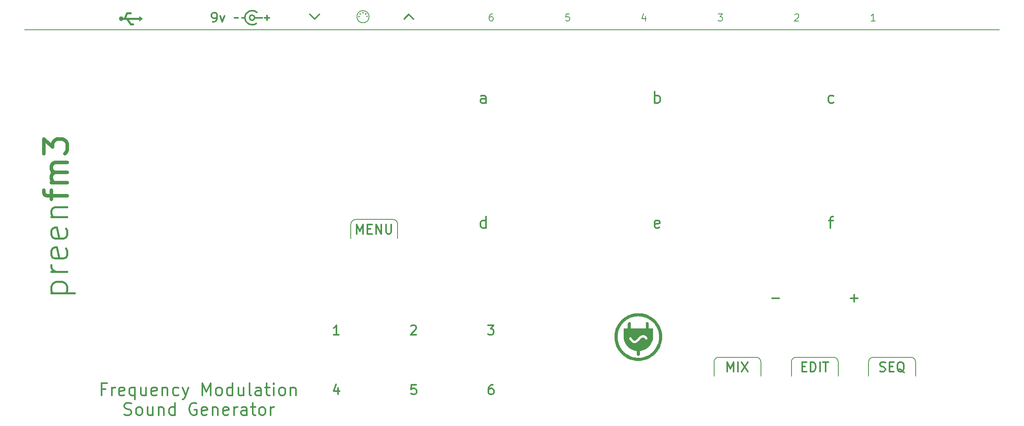
<source format=gbr>
G04 #@! TF.GenerationSoftware,KiCad,Pcbnew,(5.1.8)-1*
G04 #@! TF.CreationDate,2021-03-28T18:17:30+02:00*
G04 #@! TF.ProjectId,pfm3_topsurface,70666d33-5f74-46f7-9073-757266616365,v1.2 / 176*
G04 #@! TF.SameCoordinates,Original*
G04 #@! TF.FileFunction,Legend,Top*
G04 #@! TF.FilePolarity,Positive*
%FSLAX46Y46*%
G04 Gerber Fmt 4.6, Leading zero omitted, Abs format (unit mm)*
G04 Created by KiCad (PCBNEW (5.1.8)-1) date 2021-03-28 18:17:30*
%MOMM*%
%LPD*%
G01*
G04 APERTURE LIST*
%ADD10C,0.300000*%
%ADD11C,0.400000*%
%ADD12C,0.100000*%
%ADD13C,0.800000*%
%ADD14C,0.150000*%
%ADD15C,0.200000*%
%ADD16C,0.010000*%
G04 APERTURE END LIST*
D10*
X84067142Y-36444761D02*
X84448095Y-36444761D01*
X84638571Y-36349523D01*
X84733809Y-36254285D01*
X84924285Y-35968571D01*
X85019523Y-35587619D01*
X85019523Y-34825714D01*
X84924285Y-34635238D01*
X84829047Y-34540000D01*
X84638571Y-34444761D01*
X84257619Y-34444761D01*
X84067142Y-34540000D01*
X83971904Y-34635238D01*
X83876666Y-34825714D01*
X83876666Y-35301904D01*
X83971904Y-35492380D01*
X84067142Y-35587619D01*
X84257619Y-35682857D01*
X84638571Y-35682857D01*
X84829047Y-35587619D01*
X84924285Y-35492380D01*
X85019523Y-35301904D01*
X85686190Y-35111428D02*
X86162380Y-36444761D01*
X86638571Y-35111428D01*
D11*
X66548000Y-36893500D02*
X67119500Y-36893500D01*
X65786000Y-35750500D02*
X66548000Y-36893500D01*
X65786000Y-34544000D02*
X66548000Y-34544000D01*
X65341500Y-35623500D02*
X65786000Y-34544000D01*
D12*
G36*
X69151500Y-35750500D02*
G01*
X68453000Y-36258500D01*
X68453000Y-35242500D01*
X69151500Y-35750500D01*
G37*
X69151500Y-35750500D02*
X68453000Y-36258500D01*
X68453000Y-35242500D01*
X69151500Y-35750500D01*
D11*
X64579500Y-35750500D02*
X68389500Y-35750500D01*
X64863481Y-35750500D02*
G75*
G03*
X64863481Y-35750500I-283981J0D01*
G01*
D13*
X49666571Y-74253166D02*
X49666571Y-72348404D01*
X52999904Y-73538880D02*
X48714190Y-73538880D01*
X48238000Y-73300785D01*
X47999904Y-72824595D01*
X47999904Y-72348404D01*
X52999904Y-70681738D02*
X49666571Y-70681738D01*
X50142761Y-70681738D02*
X49904666Y-70443642D01*
X49666571Y-69967452D01*
X49666571Y-69253166D01*
X49904666Y-68776976D01*
X50380857Y-68538880D01*
X52999904Y-68538880D01*
X50380857Y-68538880D02*
X49904666Y-68300785D01*
X49666571Y-67824595D01*
X49666571Y-67110309D01*
X49904666Y-66634119D01*
X50380857Y-66396023D01*
X52999904Y-66396023D01*
X47999904Y-64491261D02*
X47999904Y-61396023D01*
X49904666Y-63062690D01*
X49904666Y-62348404D01*
X50142761Y-61872214D01*
X50380857Y-61634119D01*
X50857047Y-61396023D01*
X52047523Y-61396023D01*
X52523714Y-61634119D01*
X52761809Y-61872214D01*
X52999904Y-62348404D01*
X52999904Y-63776976D01*
X52761809Y-64253166D01*
X52523714Y-64491261D01*
D14*
X43992800Y-38100000D02*
X251968000Y-38100000D01*
D10*
X126953600Y-35798400D02*
X125953600Y-34798400D01*
X125953600Y-34798400D02*
X124953600Y-35798400D01*
D14*
X117130500Y-35276200D02*
G75*
G03*
X117130500Y-35276200I-100000J0D01*
G01*
X116876500Y-34734500D02*
G75*
G03*
X116876500Y-34734500I-100000J0D01*
G01*
X115416000Y-35306000D02*
G75*
G03*
X115416000Y-35306000I-100000J0D01*
G01*
X115670000Y-34734500D02*
G75*
G03*
X115670000Y-34734500I-100000J0D01*
G01*
X116276000Y-34480500D02*
G75*
G03*
X116276000Y-34480500I-100000J0D01*
G01*
D15*
X117475157Y-35326200D02*
G75*
G03*
X117475157Y-35326200I-1299157J0D01*
G01*
D10*
X105873000Y-35798400D02*
X106873000Y-34798400D01*
X104873000Y-34798400D02*
X105873000Y-35798400D01*
X93428947Y-36742185D02*
G75*
G02*
X93551500Y-34423500I-927147J1211585D01*
G01*
X61228571Y-114814285D02*
X60361904Y-114814285D01*
X60361904Y-116176190D02*
X60361904Y-113576190D01*
X61600000Y-113576190D01*
X62590476Y-116176190D02*
X62590476Y-114442857D01*
X62590476Y-114938095D02*
X62714285Y-114690476D01*
X62838095Y-114566666D01*
X63085714Y-114442857D01*
X63333333Y-114442857D01*
X65190476Y-116052380D02*
X64942857Y-116176190D01*
X64447619Y-116176190D01*
X64200000Y-116052380D01*
X64076190Y-115804761D01*
X64076190Y-114814285D01*
X64200000Y-114566666D01*
X64447619Y-114442857D01*
X64942857Y-114442857D01*
X65190476Y-114566666D01*
X65314285Y-114814285D01*
X65314285Y-115061904D01*
X64076190Y-115309523D01*
X67542857Y-114442857D02*
X67542857Y-117042857D01*
X67542857Y-116052380D02*
X67295238Y-116176190D01*
X66800000Y-116176190D01*
X66552380Y-116052380D01*
X66428571Y-115928571D01*
X66304761Y-115680952D01*
X66304761Y-114938095D01*
X66428571Y-114690476D01*
X66552380Y-114566666D01*
X66800000Y-114442857D01*
X67295238Y-114442857D01*
X67542857Y-114566666D01*
X69895238Y-114442857D02*
X69895238Y-116176190D01*
X68780952Y-114442857D02*
X68780952Y-115804761D01*
X68904761Y-116052380D01*
X69152380Y-116176190D01*
X69523809Y-116176190D01*
X69771428Y-116052380D01*
X69895238Y-115928571D01*
X72123809Y-116052380D02*
X71876190Y-116176190D01*
X71380952Y-116176190D01*
X71133333Y-116052380D01*
X71009523Y-115804761D01*
X71009523Y-114814285D01*
X71133333Y-114566666D01*
X71380952Y-114442857D01*
X71876190Y-114442857D01*
X72123809Y-114566666D01*
X72247619Y-114814285D01*
X72247619Y-115061904D01*
X71009523Y-115309523D01*
X73361904Y-114442857D02*
X73361904Y-116176190D01*
X73361904Y-114690476D02*
X73485714Y-114566666D01*
X73733333Y-114442857D01*
X74104761Y-114442857D01*
X74352380Y-114566666D01*
X74476190Y-114814285D01*
X74476190Y-116176190D01*
X76828571Y-116052380D02*
X76580952Y-116176190D01*
X76085714Y-116176190D01*
X75838095Y-116052380D01*
X75714285Y-115928571D01*
X75590476Y-115680952D01*
X75590476Y-114938095D01*
X75714285Y-114690476D01*
X75838095Y-114566666D01*
X76085714Y-114442857D01*
X76580952Y-114442857D01*
X76828571Y-114566666D01*
X77695238Y-114442857D02*
X78314285Y-116176190D01*
X78933333Y-114442857D02*
X78314285Y-116176190D01*
X78066666Y-116795238D01*
X77942857Y-116919047D01*
X77695238Y-117042857D01*
X81904761Y-116176190D02*
X81904761Y-113576190D01*
X82771428Y-115433333D01*
X83638095Y-113576190D01*
X83638095Y-116176190D01*
X85247619Y-116176190D02*
X85000000Y-116052380D01*
X84876190Y-115928571D01*
X84752380Y-115680952D01*
X84752380Y-114938095D01*
X84876190Y-114690476D01*
X85000000Y-114566666D01*
X85247619Y-114442857D01*
X85619047Y-114442857D01*
X85866666Y-114566666D01*
X85990476Y-114690476D01*
X86114285Y-114938095D01*
X86114285Y-115680952D01*
X85990476Y-115928571D01*
X85866666Y-116052380D01*
X85619047Y-116176190D01*
X85247619Y-116176190D01*
X88342857Y-116176190D02*
X88342857Y-113576190D01*
X88342857Y-116052380D02*
X88095238Y-116176190D01*
X87600000Y-116176190D01*
X87352380Y-116052380D01*
X87228571Y-115928571D01*
X87104761Y-115680952D01*
X87104761Y-114938095D01*
X87228571Y-114690476D01*
X87352380Y-114566666D01*
X87600000Y-114442857D01*
X88095238Y-114442857D01*
X88342857Y-114566666D01*
X90695238Y-114442857D02*
X90695238Y-116176190D01*
X89580952Y-114442857D02*
X89580952Y-115804761D01*
X89704761Y-116052380D01*
X89952380Y-116176190D01*
X90323809Y-116176190D01*
X90571428Y-116052380D01*
X90695238Y-115928571D01*
X92304761Y-116176190D02*
X92057142Y-116052380D01*
X91933333Y-115804761D01*
X91933333Y-113576190D01*
X94409523Y-116176190D02*
X94409523Y-114814285D01*
X94285714Y-114566666D01*
X94038095Y-114442857D01*
X93542857Y-114442857D01*
X93295238Y-114566666D01*
X94409523Y-116052380D02*
X94161904Y-116176190D01*
X93542857Y-116176190D01*
X93295238Y-116052380D01*
X93171428Y-115804761D01*
X93171428Y-115557142D01*
X93295238Y-115309523D01*
X93542857Y-115185714D01*
X94161904Y-115185714D01*
X94409523Y-115061904D01*
X95276190Y-114442857D02*
X96266666Y-114442857D01*
X95647619Y-113576190D02*
X95647619Y-115804761D01*
X95771428Y-116052380D01*
X96019047Y-116176190D01*
X96266666Y-116176190D01*
X97133333Y-116176190D02*
X97133333Y-114442857D01*
X97133333Y-113576190D02*
X97009523Y-113700000D01*
X97133333Y-113823809D01*
X97257142Y-113700000D01*
X97133333Y-113576190D01*
X97133333Y-113823809D01*
X98742857Y-116176190D02*
X98495238Y-116052380D01*
X98371428Y-115928571D01*
X98247619Y-115680952D01*
X98247619Y-114938095D01*
X98371428Y-114690476D01*
X98495238Y-114566666D01*
X98742857Y-114442857D01*
X99114285Y-114442857D01*
X99361904Y-114566666D01*
X99485714Y-114690476D01*
X99609523Y-114938095D01*
X99609523Y-115680952D01*
X99485714Y-115928571D01*
X99361904Y-116052380D01*
X99114285Y-116176190D01*
X98742857Y-116176190D01*
X100723809Y-114442857D02*
X100723809Y-116176190D01*
X100723809Y-114690476D02*
X100847619Y-114566666D01*
X101095238Y-114442857D01*
X101466666Y-114442857D01*
X101714285Y-114566666D01*
X101838095Y-114814285D01*
X101838095Y-116176190D01*
X65252380Y-120252380D02*
X65623809Y-120376190D01*
X66242857Y-120376190D01*
X66490476Y-120252380D01*
X66614285Y-120128571D01*
X66738095Y-119880952D01*
X66738095Y-119633333D01*
X66614285Y-119385714D01*
X66490476Y-119261904D01*
X66242857Y-119138095D01*
X65747619Y-119014285D01*
X65500000Y-118890476D01*
X65376190Y-118766666D01*
X65252380Y-118519047D01*
X65252380Y-118271428D01*
X65376190Y-118023809D01*
X65500000Y-117900000D01*
X65747619Y-117776190D01*
X66366666Y-117776190D01*
X66738095Y-117900000D01*
X68223809Y-120376190D02*
X67976190Y-120252380D01*
X67852380Y-120128571D01*
X67728571Y-119880952D01*
X67728571Y-119138095D01*
X67852380Y-118890476D01*
X67976190Y-118766666D01*
X68223809Y-118642857D01*
X68595238Y-118642857D01*
X68842857Y-118766666D01*
X68966666Y-118890476D01*
X69090476Y-119138095D01*
X69090476Y-119880952D01*
X68966666Y-120128571D01*
X68842857Y-120252380D01*
X68595238Y-120376190D01*
X68223809Y-120376190D01*
X71319047Y-118642857D02*
X71319047Y-120376190D01*
X70204761Y-118642857D02*
X70204761Y-120004761D01*
X70328571Y-120252380D01*
X70576190Y-120376190D01*
X70947619Y-120376190D01*
X71195238Y-120252380D01*
X71319047Y-120128571D01*
X72557142Y-118642857D02*
X72557142Y-120376190D01*
X72557142Y-118890476D02*
X72680952Y-118766666D01*
X72928571Y-118642857D01*
X73300000Y-118642857D01*
X73547619Y-118766666D01*
X73671428Y-119014285D01*
X73671428Y-120376190D01*
X76023809Y-120376190D02*
X76023809Y-117776190D01*
X76023809Y-120252380D02*
X75776190Y-120376190D01*
X75280952Y-120376190D01*
X75033333Y-120252380D01*
X74909523Y-120128571D01*
X74785714Y-119880952D01*
X74785714Y-119138095D01*
X74909523Y-118890476D01*
X75033333Y-118766666D01*
X75280952Y-118642857D01*
X75776190Y-118642857D01*
X76023809Y-118766666D01*
X80604761Y-117900000D02*
X80357142Y-117776190D01*
X79985714Y-117776190D01*
X79614285Y-117900000D01*
X79366666Y-118147619D01*
X79242857Y-118395238D01*
X79119047Y-118890476D01*
X79119047Y-119261904D01*
X79242857Y-119757142D01*
X79366666Y-120004761D01*
X79614285Y-120252380D01*
X79985714Y-120376190D01*
X80233333Y-120376190D01*
X80604761Y-120252380D01*
X80728571Y-120128571D01*
X80728571Y-119261904D01*
X80233333Y-119261904D01*
X82833333Y-120252380D02*
X82585714Y-120376190D01*
X82090476Y-120376190D01*
X81842857Y-120252380D01*
X81719047Y-120004761D01*
X81719047Y-119014285D01*
X81842857Y-118766666D01*
X82090476Y-118642857D01*
X82585714Y-118642857D01*
X82833333Y-118766666D01*
X82957142Y-119014285D01*
X82957142Y-119261904D01*
X81719047Y-119509523D01*
X84071428Y-118642857D02*
X84071428Y-120376190D01*
X84071428Y-118890476D02*
X84195238Y-118766666D01*
X84442857Y-118642857D01*
X84814285Y-118642857D01*
X85061904Y-118766666D01*
X85185714Y-119014285D01*
X85185714Y-120376190D01*
X87414285Y-120252380D02*
X87166666Y-120376190D01*
X86671428Y-120376190D01*
X86423809Y-120252380D01*
X86300000Y-120004761D01*
X86300000Y-119014285D01*
X86423809Y-118766666D01*
X86671428Y-118642857D01*
X87166666Y-118642857D01*
X87414285Y-118766666D01*
X87538095Y-119014285D01*
X87538095Y-119261904D01*
X86300000Y-119509523D01*
X88652380Y-120376190D02*
X88652380Y-118642857D01*
X88652380Y-119138095D02*
X88776190Y-118890476D01*
X88900000Y-118766666D01*
X89147619Y-118642857D01*
X89395238Y-118642857D01*
X91376190Y-120376190D02*
X91376190Y-119014285D01*
X91252380Y-118766666D01*
X91004761Y-118642857D01*
X90509523Y-118642857D01*
X90261904Y-118766666D01*
X91376190Y-120252380D02*
X91128571Y-120376190D01*
X90509523Y-120376190D01*
X90261904Y-120252380D01*
X90138095Y-120004761D01*
X90138095Y-119757142D01*
X90261904Y-119509523D01*
X90509523Y-119385714D01*
X91128571Y-119385714D01*
X91376190Y-119261904D01*
X92242857Y-118642857D02*
X93233333Y-118642857D01*
X92614285Y-117776190D02*
X92614285Y-120004761D01*
X92738095Y-120252380D01*
X92985714Y-120376190D01*
X93233333Y-120376190D01*
X94471428Y-120376190D02*
X94223809Y-120252380D01*
X94100000Y-120128571D01*
X93976190Y-119880952D01*
X93976190Y-119138095D01*
X94100000Y-118890476D01*
X94223809Y-118766666D01*
X94471428Y-118642857D01*
X94842857Y-118642857D01*
X95090476Y-118766666D01*
X95214285Y-118890476D01*
X95338095Y-119138095D01*
X95338095Y-119880952D01*
X95214285Y-120128571D01*
X95090476Y-120252380D01*
X94842857Y-120376190D01*
X94471428Y-120376190D01*
X96452380Y-120376190D02*
X96452380Y-118642857D01*
X96452380Y-119138095D02*
X96576190Y-118890476D01*
X96700000Y-118766666D01*
X96947619Y-118642857D01*
X97195238Y-118642857D01*
D11*
X49666571Y-94296023D02*
X54666571Y-94296023D01*
X49904666Y-94296023D02*
X49666571Y-93819833D01*
X49666571Y-92867452D01*
X49904666Y-92391261D01*
X50142761Y-92153166D01*
X50618952Y-91915071D01*
X52047523Y-91915071D01*
X52523714Y-92153166D01*
X52761809Y-92391261D01*
X52999904Y-92867452D01*
X52999904Y-93819833D01*
X52761809Y-94296023D01*
X52999904Y-89772214D02*
X49666571Y-89772214D01*
X50618952Y-89772214D02*
X50142761Y-89534119D01*
X49904666Y-89296023D01*
X49666571Y-88819833D01*
X49666571Y-88343642D01*
X52761809Y-84772214D02*
X52999904Y-85248404D01*
X52999904Y-86200785D01*
X52761809Y-86676976D01*
X52285619Y-86915071D01*
X50380857Y-86915071D01*
X49904666Y-86676976D01*
X49666571Y-86200785D01*
X49666571Y-85248404D01*
X49904666Y-84772214D01*
X50380857Y-84534119D01*
X50857047Y-84534119D01*
X51333238Y-86915071D01*
X52761809Y-80486500D02*
X52999904Y-80962690D01*
X52999904Y-81915071D01*
X52761809Y-82391261D01*
X52285619Y-82629357D01*
X50380857Y-82629357D01*
X49904666Y-82391261D01*
X49666571Y-81915071D01*
X49666571Y-80962690D01*
X49904666Y-80486500D01*
X50380857Y-80248404D01*
X50857047Y-80248404D01*
X51333238Y-82629357D01*
X49666571Y-78105547D02*
X52999904Y-78105547D01*
X50142761Y-78105547D02*
X49904666Y-77867452D01*
X49666571Y-77391261D01*
X49666571Y-76676976D01*
X49904666Y-76200785D01*
X50380857Y-75962690D01*
X52999904Y-75962690D01*
X49666571Y-74296023D02*
X49666571Y-72391261D01*
X52999904Y-73581738D02*
X48714190Y-73581738D01*
X48238000Y-73343642D01*
X47999904Y-72867452D01*
X47999904Y-72391261D01*
X52999904Y-70724595D02*
X49666571Y-70724595D01*
X50142761Y-70724595D02*
X49904666Y-70486500D01*
X49666571Y-70010309D01*
X49666571Y-69296023D01*
X49904666Y-68819833D01*
X50380857Y-68581738D01*
X52999904Y-68581738D01*
X50380857Y-68581738D02*
X49904666Y-68343642D01*
X49666571Y-67867452D01*
X49666571Y-67153166D01*
X49904666Y-66676976D01*
X50380857Y-66438880D01*
X52999904Y-66438880D01*
X47999904Y-64534119D02*
X47999904Y-61438880D01*
X49904666Y-63105547D01*
X49904666Y-62391261D01*
X50142761Y-61915071D01*
X50380857Y-61676976D01*
X50857047Y-61438880D01*
X52047523Y-61438880D01*
X52523714Y-61676976D01*
X52761809Y-61915071D01*
X52999904Y-62391261D01*
X52999904Y-63819833D01*
X52761809Y-64296023D01*
X52523714Y-64534119D01*
D10*
X93060000Y-35530600D02*
G75*
G03*
X93060000Y-35530600I-558200J0D01*
G01*
X93100000Y-35530600D02*
X94672800Y-35530600D01*
X90969800Y-35530600D02*
X90350000Y-35530000D01*
X95176800Y-35530600D02*
X96192800Y-35530600D01*
X95684800Y-36038600D02*
X95684800Y-35022600D01*
X89551000Y-35530600D02*
X88789000Y-35530600D01*
D14*
X143835714Y-34718571D02*
X143550000Y-34718571D01*
X143407142Y-34790000D01*
X143335714Y-34861428D01*
X143192857Y-35075714D01*
X143121428Y-35361428D01*
X143121428Y-35932857D01*
X143192857Y-36075714D01*
X143264285Y-36147142D01*
X143407142Y-36218571D01*
X143692857Y-36218571D01*
X143835714Y-36147142D01*
X143907142Y-36075714D01*
X143978571Y-35932857D01*
X143978571Y-35575714D01*
X143907142Y-35432857D01*
X143835714Y-35361428D01*
X143692857Y-35290000D01*
X143407142Y-35290000D01*
X143264285Y-35361428D01*
X143192857Y-35432857D01*
X143121428Y-35575714D01*
X160207142Y-34718571D02*
X159492857Y-34718571D01*
X159421428Y-35432857D01*
X159492857Y-35361428D01*
X159635714Y-35290000D01*
X159992857Y-35290000D01*
X160135714Y-35361428D01*
X160207142Y-35432857D01*
X160278571Y-35575714D01*
X160278571Y-35932857D01*
X160207142Y-36075714D01*
X160135714Y-36147142D01*
X159992857Y-36218571D01*
X159635714Y-36218571D01*
X159492857Y-36147142D01*
X159421428Y-36075714D01*
X176435714Y-35218571D02*
X176435714Y-36218571D01*
X176078571Y-34647142D02*
X175721428Y-35718571D01*
X176650000Y-35718571D01*
X191950000Y-34718571D02*
X192878571Y-34718571D01*
X192378571Y-35290000D01*
X192592857Y-35290000D01*
X192735714Y-35361428D01*
X192807142Y-35432857D01*
X192878571Y-35575714D01*
X192878571Y-35932857D01*
X192807142Y-36075714D01*
X192735714Y-36147142D01*
X192592857Y-36218571D01*
X192164285Y-36218571D01*
X192021428Y-36147142D01*
X191950000Y-36075714D01*
X208321428Y-34861428D02*
X208392857Y-34790000D01*
X208535714Y-34718571D01*
X208892857Y-34718571D01*
X209035714Y-34790000D01*
X209107142Y-34861428D01*
X209178571Y-35004285D01*
X209178571Y-35147142D01*
X209107142Y-35361428D01*
X208250000Y-36218571D01*
X209178571Y-36218571D01*
X225478571Y-36218571D02*
X224621428Y-36218571D01*
X225050000Y-36218571D02*
X225050000Y-34718571D01*
X224907142Y-34932857D01*
X224764285Y-35075714D01*
X224621428Y-35147142D01*
D15*
X233085000Y-108010500D02*
G75*
G02*
X234085000Y-109010500I0J-1000000D01*
G01*
X224085000Y-109010500D02*
G75*
G02*
X225085000Y-108010500I1000000J0D01*
G01*
X207585000Y-109010500D02*
G75*
G02*
X208585000Y-108010500I1000000J0D01*
G01*
X216585000Y-108010500D02*
G75*
G02*
X217585000Y-109010500I0J-1000000D01*
G01*
X200085000Y-108010500D02*
G75*
G02*
X201085000Y-109010500I0J-1000000D01*
G01*
X191085000Y-109010500D02*
G75*
G02*
X192085000Y-108010500I1000000J0D01*
G01*
X122585000Y-78620000D02*
G75*
G02*
X123585000Y-79620000I0J-1000000D01*
G01*
X113585000Y-79620000D02*
G75*
G02*
X114585000Y-78620000I1000000J0D01*
G01*
X224085000Y-112010500D02*
X224085000Y-109010500D01*
X234085000Y-109010500D02*
X234085000Y-112010500D01*
X225085000Y-108010500D02*
X233085000Y-108010500D01*
X207585000Y-112010500D02*
X207585000Y-109010500D01*
X208585000Y-108010500D02*
X216585000Y-108010500D01*
X217585000Y-109010500D02*
X217585000Y-112010500D01*
X201085000Y-109010500D02*
X201085000Y-112010500D01*
X192085000Y-108010500D02*
X200085000Y-108010500D01*
X191085000Y-112010500D02*
X191085000Y-109010500D01*
X123585000Y-79620000D02*
X123585000Y-82620000D01*
X114585000Y-78620000D02*
X122585000Y-78620000D01*
X113585000Y-82620000D02*
X113585000Y-79620000D01*
D16*
G36*
X173060270Y-100538621D02*
G01*
X173132883Y-100567194D01*
X173190778Y-100609069D01*
X173195577Y-100614081D01*
X173213467Y-100634313D01*
X173228249Y-100654349D01*
X173240221Y-100676978D01*
X173249677Y-100704984D01*
X173256914Y-100741156D01*
X173262229Y-100788278D01*
X173265917Y-100849139D01*
X173268276Y-100926524D01*
X173269600Y-101023220D01*
X173270186Y-101142013D01*
X173270331Y-101285690D01*
X173270334Y-101317325D01*
X173270334Y-101882222D01*
X176515889Y-101882222D01*
X176515889Y-101317325D01*
X176515982Y-101168391D01*
X176516457Y-101044893D01*
X176517612Y-100944044D01*
X176519742Y-100863058D01*
X176523144Y-100799147D01*
X176528113Y-100749526D01*
X176534946Y-100711408D01*
X176543940Y-100682007D01*
X176555390Y-100658535D01*
X176569592Y-100638206D01*
X176586844Y-100618234D01*
X176590646Y-100614081D01*
X176648049Y-100569865D01*
X176720140Y-100540783D01*
X176797931Y-100528599D01*
X176872432Y-100535079D01*
X176915229Y-100550333D01*
X176982328Y-100595133D01*
X177039576Y-100653564D01*
X177063954Y-100689833D01*
X177069871Y-100703234D01*
X177074778Y-100721885D01*
X177078797Y-100748476D01*
X177082048Y-100785697D01*
X177084653Y-100836236D01*
X177086730Y-100902783D01*
X177088402Y-100988027D01*
X177089789Y-101094658D01*
X177091011Y-101225364D01*
X177091648Y-101307195D01*
X177095906Y-101882222D01*
X178011667Y-101882222D01*
X178011667Y-102769727D01*
X178011524Y-102971171D01*
X178011021Y-103146971D01*
X178010047Y-103299704D01*
X178008491Y-103431947D01*
X178006242Y-103546276D01*
X178003188Y-103645269D01*
X177999220Y-103731503D01*
X177994225Y-103807555D01*
X177988093Y-103876002D01*
X177980713Y-103939420D01*
X177971973Y-104000388D01*
X177961763Y-104061481D01*
X177954228Y-104102784D01*
X177888272Y-104379516D01*
X177796212Y-104648296D01*
X177679491Y-104907325D01*
X177539549Y-105154806D01*
X177377826Y-105388940D01*
X177195763Y-105607929D01*
X176994802Y-105809975D01*
X176776382Y-105993279D01*
X176541945Y-106156043D01*
X176292930Y-106296468D01*
X176139201Y-106368354D01*
X175863686Y-106472313D01*
X175577129Y-106550398D01*
X175348552Y-106592898D01*
X175182389Y-106617792D01*
X175175334Y-107026368D01*
X175173029Y-107151227D01*
X175170524Y-107251243D01*
X175167255Y-107329791D01*
X175162664Y-107390249D01*
X175156190Y-107435993D01*
X175147272Y-107470399D01*
X175135349Y-107496844D01*
X175119861Y-107518705D01*
X175100247Y-107539357D01*
X175088287Y-107550688D01*
X175026217Y-107592063D01*
X174950992Y-107617397D01*
X174872504Y-107624698D01*
X174800649Y-107611976D01*
X174794755Y-107609745D01*
X174736837Y-107577425D01*
X174682712Y-107531694D01*
X174643912Y-107482380D01*
X174642624Y-107480076D01*
X174635286Y-107463614D01*
X174629365Y-107441733D01*
X174624629Y-107411124D01*
X174620848Y-107368477D01*
X174617788Y-107310481D01*
X174615220Y-107233828D01*
X174612912Y-107135208D01*
X174610889Y-107026331D01*
X174603834Y-106617718D01*
X174448611Y-106594183D01*
X174158023Y-106536414D01*
X173877818Y-106453455D01*
X173609310Y-106346484D01*
X173353815Y-106216684D01*
X173112649Y-106065236D01*
X172887128Y-105893318D01*
X172678566Y-105702114D01*
X172488279Y-105492802D01*
X172317583Y-105266565D01*
X172167794Y-105024583D01*
X172040226Y-104768036D01*
X171936195Y-104498105D01*
X171873111Y-104282483D01*
X171856809Y-104217939D01*
X171842654Y-104160091D01*
X171830479Y-104106467D01*
X171820120Y-104054593D01*
X171811413Y-104001998D01*
X171804990Y-103952364D01*
X172917866Y-103952364D01*
X172919509Y-103989169D01*
X172926454Y-104023770D01*
X172941104Y-104061784D01*
X172965860Y-104108825D01*
X173003123Y-104170512D01*
X173027933Y-104209758D01*
X173161333Y-104403986D01*
X173296153Y-104570189D01*
X173432689Y-104708542D01*
X173571237Y-104819221D01*
X173712096Y-104902400D01*
X173855563Y-104958255D01*
X174001934Y-104986960D01*
X174151506Y-104988692D01*
X174304577Y-104963624D01*
X174306204Y-104963219D01*
X174400682Y-104931632D01*
X174506007Y-104882719D01*
X174614521Y-104820460D01*
X174718268Y-104749058D01*
X174754596Y-104718992D01*
X174807378Y-104671643D01*
X174873455Y-104610024D01*
X174949671Y-104537148D01*
X175032867Y-104456028D01*
X175119886Y-104369675D01*
X175189445Y-104299549D01*
X175305800Y-104182354D01*
X175405440Y-104084336D01*
X175490513Y-104003682D01*
X175563170Y-103938580D01*
X175625561Y-103887216D01*
X175679836Y-103847779D01*
X175728146Y-103818456D01*
X175772640Y-103797433D01*
X175794800Y-103789242D01*
X175867517Y-103774352D01*
X175940217Y-103779787D01*
X176014961Y-103806639D01*
X176093810Y-103856002D01*
X176178825Y-103928966D01*
X176272066Y-104026626D01*
X176297532Y-104055758D01*
X176353612Y-104119014D01*
X176397530Y-104163560D01*
X176433828Y-104193438D01*
X176467047Y-104212687D01*
X176480101Y-104218166D01*
X176564132Y-104236612D01*
X176646014Y-104229975D01*
X176721218Y-104201072D01*
X176785215Y-104152718D01*
X176833478Y-104087731D01*
X176861478Y-104008927D01*
X176865671Y-103978377D01*
X176864398Y-103918097D01*
X176848927Y-103857981D01*
X176817153Y-103793778D01*
X176766970Y-103721237D01*
X176696271Y-103636108D01*
X176695853Y-103635633D01*
X176564349Y-103498588D01*
X176434169Y-103388533D01*
X176303467Y-103304413D01*
X176170398Y-103245173D01*
X176033114Y-103209760D01*
X175930278Y-103198405D01*
X175794309Y-103201354D01*
X175662868Y-103225897D01*
X175531695Y-103273381D01*
X175396534Y-103345153D01*
X175329083Y-103388564D01*
X175255430Y-103441495D01*
X175178346Y-103503353D01*
X175094969Y-103576756D01*
X175002437Y-103664322D01*
X174897886Y-103768668D01*
X174780222Y-103890557D01*
X174666180Y-104009084D01*
X174568105Y-104107974D01*
X174483719Y-104189119D01*
X174410745Y-104254411D01*
X174346903Y-104305743D01*
X174289915Y-104345007D01*
X174237504Y-104374097D01*
X174187389Y-104394906D01*
X174164169Y-104402308D01*
X174094429Y-104413614D01*
X174024301Y-104406119D01*
X173952410Y-104378757D01*
X173877384Y-104330460D01*
X173797848Y-104260164D01*
X173712430Y-104166800D01*
X173619755Y-104049302D01*
X173518451Y-103906604D01*
X173510222Y-103894496D01*
X173452699Y-103813188D01*
X173403973Y-103753598D01*
X173360098Y-103712262D01*
X173317124Y-103685717D01*
X173271107Y-103670500D01*
X173250657Y-103666764D01*
X173166133Y-103667346D01*
X173087288Y-103692295D01*
X173018583Y-103737784D01*
X172964479Y-103799984D01*
X172929436Y-103875067D01*
X172917866Y-103952364D01*
X171804990Y-103952364D01*
X171804193Y-103946210D01*
X171798295Y-103884756D01*
X171793555Y-103815163D01*
X171789807Y-103734960D01*
X171786888Y-103641674D01*
X171784632Y-103532832D01*
X171782875Y-103405962D01*
X171781452Y-103258593D01*
X171780199Y-103088251D01*
X171778950Y-102892464D01*
X171778788Y-102866472D01*
X171772672Y-101882222D01*
X172691778Y-101882222D01*
X172691778Y-101353750D01*
X172692227Y-101201574D01*
X172693540Y-101068023D01*
X172695671Y-100954949D01*
X172698572Y-100864208D01*
X172702194Y-100797654D01*
X172706490Y-100757141D01*
X172707297Y-100752915D01*
X172737898Y-100672842D01*
X172789696Y-100606641D01*
X172857809Y-100558282D01*
X172937358Y-100531733D01*
X172984021Y-100527866D01*
X173060270Y-100538621D01*
G37*
X173060270Y-100538621D02*
X173132883Y-100567194D01*
X173190778Y-100609069D01*
X173195577Y-100614081D01*
X173213467Y-100634313D01*
X173228249Y-100654349D01*
X173240221Y-100676978D01*
X173249677Y-100704984D01*
X173256914Y-100741156D01*
X173262229Y-100788278D01*
X173265917Y-100849139D01*
X173268276Y-100926524D01*
X173269600Y-101023220D01*
X173270186Y-101142013D01*
X173270331Y-101285690D01*
X173270334Y-101317325D01*
X173270334Y-101882222D01*
X176515889Y-101882222D01*
X176515889Y-101317325D01*
X176515982Y-101168391D01*
X176516457Y-101044893D01*
X176517612Y-100944044D01*
X176519742Y-100863058D01*
X176523144Y-100799147D01*
X176528113Y-100749526D01*
X176534946Y-100711408D01*
X176543940Y-100682007D01*
X176555390Y-100658535D01*
X176569592Y-100638206D01*
X176586844Y-100618234D01*
X176590646Y-100614081D01*
X176648049Y-100569865D01*
X176720140Y-100540783D01*
X176797931Y-100528599D01*
X176872432Y-100535079D01*
X176915229Y-100550333D01*
X176982328Y-100595133D01*
X177039576Y-100653564D01*
X177063954Y-100689833D01*
X177069871Y-100703234D01*
X177074778Y-100721885D01*
X177078797Y-100748476D01*
X177082048Y-100785697D01*
X177084653Y-100836236D01*
X177086730Y-100902783D01*
X177088402Y-100988027D01*
X177089789Y-101094658D01*
X177091011Y-101225364D01*
X177091648Y-101307195D01*
X177095906Y-101882222D01*
X178011667Y-101882222D01*
X178011667Y-102769727D01*
X178011524Y-102971171D01*
X178011021Y-103146971D01*
X178010047Y-103299704D01*
X178008491Y-103431947D01*
X178006242Y-103546276D01*
X178003188Y-103645269D01*
X177999220Y-103731503D01*
X177994225Y-103807555D01*
X177988093Y-103876002D01*
X177980713Y-103939420D01*
X177971973Y-104000388D01*
X177961763Y-104061481D01*
X177954228Y-104102784D01*
X177888272Y-104379516D01*
X177796212Y-104648296D01*
X177679491Y-104907325D01*
X177539549Y-105154806D01*
X177377826Y-105388940D01*
X177195763Y-105607929D01*
X176994802Y-105809975D01*
X176776382Y-105993279D01*
X176541945Y-106156043D01*
X176292930Y-106296468D01*
X176139201Y-106368354D01*
X175863686Y-106472313D01*
X175577129Y-106550398D01*
X175348552Y-106592898D01*
X175182389Y-106617792D01*
X175175334Y-107026368D01*
X175173029Y-107151227D01*
X175170524Y-107251243D01*
X175167255Y-107329791D01*
X175162664Y-107390249D01*
X175156190Y-107435993D01*
X175147272Y-107470399D01*
X175135349Y-107496844D01*
X175119861Y-107518705D01*
X175100247Y-107539357D01*
X175088287Y-107550688D01*
X175026217Y-107592063D01*
X174950992Y-107617397D01*
X174872504Y-107624698D01*
X174800649Y-107611976D01*
X174794755Y-107609745D01*
X174736837Y-107577425D01*
X174682712Y-107531694D01*
X174643912Y-107482380D01*
X174642624Y-107480076D01*
X174635286Y-107463614D01*
X174629365Y-107441733D01*
X174624629Y-107411124D01*
X174620848Y-107368477D01*
X174617788Y-107310481D01*
X174615220Y-107233828D01*
X174612912Y-107135208D01*
X174610889Y-107026331D01*
X174603834Y-106617718D01*
X174448611Y-106594183D01*
X174158023Y-106536414D01*
X173877818Y-106453455D01*
X173609310Y-106346484D01*
X173353815Y-106216684D01*
X173112649Y-106065236D01*
X172887128Y-105893318D01*
X172678566Y-105702114D01*
X172488279Y-105492802D01*
X172317583Y-105266565D01*
X172167794Y-105024583D01*
X172040226Y-104768036D01*
X171936195Y-104498105D01*
X171873111Y-104282483D01*
X171856809Y-104217939D01*
X171842654Y-104160091D01*
X171830479Y-104106467D01*
X171820120Y-104054593D01*
X171811413Y-104001998D01*
X171804990Y-103952364D01*
X172917866Y-103952364D01*
X172919509Y-103989169D01*
X172926454Y-104023770D01*
X172941104Y-104061784D01*
X172965860Y-104108825D01*
X173003123Y-104170512D01*
X173027933Y-104209758D01*
X173161333Y-104403986D01*
X173296153Y-104570189D01*
X173432689Y-104708542D01*
X173571237Y-104819221D01*
X173712096Y-104902400D01*
X173855563Y-104958255D01*
X174001934Y-104986960D01*
X174151506Y-104988692D01*
X174304577Y-104963624D01*
X174306204Y-104963219D01*
X174400682Y-104931632D01*
X174506007Y-104882719D01*
X174614521Y-104820460D01*
X174718268Y-104749058D01*
X174754596Y-104718992D01*
X174807378Y-104671643D01*
X174873455Y-104610024D01*
X174949671Y-104537148D01*
X175032867Y-104456028D01*
X175119886Y-104369675D01*
X175189445Y-104299549D01*
X175305800Y-104182354D01*
X175405440Y-104084336D01*
X175490513Y-104003682D01*
X175563170Y-103938580D01*
X175625561Y-103887216D01*
X175679836Y-103847779D01*
X175728146Y-103818456D01*
X175772640Y-103797433D01*
X175794800Y-103789242D01*
X175867517Y-103774352D01*
X175940217Y-103779787D01*
X176014961Y-103806639D01*
X176093810Y-103856002D01*
X176178825Y-103928966D01*
X176272066Y-104026626D01*
X176297532Y-104055758D01*
X176353612Y-104119014D01*
X176397530Y-104163560D01*
X176433828Y-104193438D01*
X176467047Y-104212687D01*
X176480101Y-104218166D01*
X176564132Y-104236612D01*
X176646014Y-104229975D01*
X176721218Y-104201072D01*
X176785215Y-104152718D01*
X176833478Y-104087731D01*
X176861478Y-104008927D01*
X176865671Y-103978377D01*
X176864398Y-103918097D01*
X176848927Y-103857981D01*
X176817153Y-103793778D01*
X176766970Y-103721237D01*
X176696271Y-103636108D01*
X176695853Y-103635633D01*
X176564349Y-103498588D01*
X176434169Y-103388533D01*
X176303467Y-103304413D01*
X176170398Y-103245173D01*
X176033114Y-103209760D01*
X175930278Y-103198405D01*
X175794309Y-103201354D01*
X175662868Y-103225897D01*
X175531695Y-103273381D01*
X175396534Y-103345153D01*
X175329083Y-103388564D01*
X175255430Y-103441495D01*
X175178346Y-103503353D01*
X175094969Y-103576756D01*
X175002437Y-103664322D01*
X174897886Y-103768668D01*
X174780222Y-103890557D01*
X174666180Y-104009084D01*
X174568105Y-104107974D01*
X174483719Y-104189119D01*
X174410745Y-104254411D01*
X174346903Y-104305743D01*
X174289915Y-104345007D01*
X174237504Y-104374097D01*
X174187389Y-104394906D01*
X174164169Y-104402308D01*
X174094429Y-104413614D01*
X174024301Y-104406119D01*
X173952410Y-104378757D01*
X173877384Y-104330460D01*
X173797848Y-104260164D01*
X173712430Y-104166800D01*
X173619755Y-104049302D01*
X173518451Y-103906604D01*
X173510222Y-103894496D01*
X173452699Y-103813188D01*
X173403973Y-103753598D01*
X173360098Y-103712262D01*
X173317124Y-103685717D01*
X173271107Y-103670500D01*
X173250657Y-103666764D01*
X173166133Y-103667346D01*
X173087288Y-103692295D01*
X173018583Y-103737784D01*
X172964479Y-103799984D01*
X172929436Y-103875067D01*
X172917866Y-103952364D01*
X171804990Y-103952364D01*
X171804193Y-103946210D01*
X171798295Y-103884756D01*
X171793555Y-103815163D01*
X171789807Y-103734960D01*
X171786888Y-103641674D01*
X171784632Y-103532832D01*
X171782875Y-103405962D01*
X171781452Y-103258593D01*
X171780199Y-103088251D01*
X171778950Y-102892464D01*
X171778788Y-102866472D01*
X171772672Y-101882222D01*
X172691778Y-101882222D01*
X172691778Y-101353750D01*
X172692227Y-101201574D01*
X172693540Y-101068023D01*
X172695671Y-100954949D01*
X172698572Y-100864208D01*
X172702194Y-100797654D01*
X172706490Y-100757141D01*
X172707297Y-100752915D01*
X172737898Y-100672842D01*
X172789696Y-100606641D01*
X172857809Y-100558282D01*
X172937358Y-100531733D01*
X172984021Y-100527866D01*
X173060270Y-100538621D01*
G36*
X175025169Y-98616608D02*
G01*
X175149309Y-98618418D01*
X175257595Y-98622176D01*
X175356201Y-98628311D01*
X175451300Y-98637253D01*
X175549064Y-98649432D01*
X175655669Y-98665277D01*
X175711556Y-98674272D01*
X176076496Y-98748208D01*
X176432902Y-98848509D01*
X176779500Y-98974269D01*
X177115016Y-99124580D01*
X177438178Y-99298536D01*
X177747713Y-99495230D01*
X178042347Y-99713755D01*
X178320809Y-99953205D01*
X178581824Y-100212672D01*
X178824120Y-100491250D01*
X179046423Y-100788032D01*
X179247461Y-101102111D01*
X179333606Y-101254278D01*
X179499872Y-101589374D01*
X179639933Y-101933694D01*
X179753689Y-102285734D01*
X179841037Y-102643988D01*
X179901876Y-103006952D01*
X179936105Y-103373121D01*
X179943623Y-103740990D01*
X179924328Y-104109054D01*
X179878118Y-104475809D01*
X179804894Y-104839748D01*
X179704552Y-105199369D01*
X179616383Y-105452333D01*
X179574775Y-105555261D01*
X179522379Y-105673984D01*
X179462340Y-105802200D01*
X179397800Y-105933605D01*
X179331904Y-106061894D01*
X179267795Y-106180764D01*
X179208616Y-106283911D01*
X179172821Y-106341814D01*
X178964825Y-106644360D01*
X178745631Y-106922930D01*
X178512649Y-107180423D01*
X178263290Y-107419741D01*
X178046945Y-107602720D01*
X177741456Y-107829424D01*
X177423338Y-108030920D01*
X177092951Y-108207057D01*
X176750656Y-108357683D01*
X176396812Y-108482645D01*
X176031780Y-108581792D01*
X175655920Y-108654972D01*
X175499889Y-108677292D01*
X175418613Y-108685496D01*
X175315258Y-108692510D01*
X175195946Y-108698217D01*
X175066802Y-108702497D01*
X174933946Y-108705231D01*
X174803504Y-108706302D01*
X174681596Y-108705589D01*
X174574347Y-108702976D01*
X174487878Y-108698343D01*
X174473720Y-108697173D01*
X174096877Y-108649663D01*
X173726997Y-108575157D01*
X173365314Y-108474150D01*
X173013063Y-108347139D01*
X172671478Y-108194617D01*
X172341792Y-108017082D01*
X172025240Y-107815029D01*
X171732222Y-107596338D01*
X171447154Y-107349282D01*
X171182521Y-107083077D01*
X170939129Y-106798718D01*
X170717782Y-106497204D01*
X170519286Y-106179532D01*
X170381084Y-105921665D01*
X170230016Y-105594025D01*
X170105291Y-105268020D01*
X170005679Y-104939267D01*
X169929950Y-104603382D01*
X169876875Y-104255981D01*
X169856279Y-104051037D01*
X169840458Y-103690607D01*
X169845899Y-103518730D01*
X170423009Y-103518730D01*
X170425422Y-103869052D01*
X170454849Y-104219325D01*
X170511498Y-104567623D01*
X170513424Y-104577067D01*
X170596388Y-104911827D01*
X170706108Y-105239388D01*
X170841654Y-105558040D01*
X171002100Y-105866075D01*
X171186518Y-106161783D01*
X171393980Y-106443456D01*
X171623557Y-106709383D01*
X171731855Y-106821479D01*
X171994802Y-107064913D01*
X172272740Y-107284559D01*
X172564956Y-107480083D01*
X172870737Y-107651146D01*
X173189373Y-107797414D01*
X173520150Y-107918550D01*
X173862356Y-108014217D01*
X174215280Y-108084078D01*
X174477935Y-108118451D01*
X174564754Y-108124688D01*
X174673429Y-108128232D01*
X174797737Y-108129245D01*
X174931456Y-108127887D01*
X175068364Y-108124319D01*
X175202238Y-108118701D01*
X175326857Y-108111194D01*
X175435998Y-108101959D01*
X175521056Y-108091522D01*
X175880205Y-108023230D01*
X176226927Y-107929781D01*
X176560819Y-107811379D01*
X176881479Y-107668223D01*
X177188505Y-107500516D01*
X177481494Y-107308459D01*
X177760045Y-107092255D01*
X178023754Y-106852104D01*
X178054268Y-106821802D01*
X178294838Y-106561374D01*
X178513079Y-106285127D01*
X178708184Y-105994552D01*
X178879345Y-105691139D01*
X179025752Y-105376380D01*
X179146598Y-105051765D01*
X179241074Y-104718784D01*
X179273294Y-104573873D01*
X179297918Y-104449468D01*
X179317385Y-104340523D01*
X179332272Y-104240815D01*
X179343159Y-104144124D01*
X179350624Y-104044230D01*
X179355245Y-103934910D01*
X179357601Y-103809943D01*
X179358271Y-103663109D01*
X179358271Y-103660222D01*
X179357795Y-103523102D01*
X179356232Y-103409622D01*
X179353385Y-103315217D01*
X179349055Y-103235318D01*
X179343043Y-103165358D01*
X179335151Y-103100771D01*
X179333422Y-103088722D01*
X179284737Y-102803196D01*
X179224711Y-102537644D01*
X179151309Y-102285396D01*
X179062495Y-102039781D01*
X178956233Y-101794130D01*
X178907085Y-101691722D01*
X178810217Y-101503734D01*
X178713029Y-101333686D01*
X178609580Y-101171865D01*
X178493928Y-101008554D01*
X178468385Y-100974291D01*
X178245324Y-100700468D01*
X178003463Y-100447030D01*
X177744199Y-100214675D01*
X177468929Y-100004101D01*
X177179048Y-99816006D01*
X176875954Y-99651089D01*
X176561043Y-99510047D01*
X176235712Y-99393578D01*
X175901357Y-99302381D01*
X175559376Y-99237153D01*
X175211164Y-99198593D01*
X174893111Y-99187266D01*
X174541961Y-99201029D01*
X174196415Y-99241849D01*
X173857759Y-99308894D01*
X173527279Y-99401330D01*
X173206258Y-99518325D01*
X172895982Y-99659047D01*
X172597736Y-99822663D01*
X172312805Y-100008340D01*
X172042473Y-100215245D01*
X171788025Y-100442547D01*
X171550747Y-100689412D01*
X171331923Y-100955009D01*
X171132839Y-101238503D01*
X170954778Y-101539063D01*
X170808891Y-101833803D01*
X170679346Y-102155476D01*
X170575778Y-102486732D01*
X170498395Y-102825644D01*
X170447402Y-103170285D01*
X170423009Y-103518730D01*
X169845899Y-103518730D01*
X169851932Y-103328218D01*
X169890098Y-102966195D01*
X169954358Y-102606864D01*
X170044109Y-102252552D01*
X170158752Y-101905584D01*
X170297685Y-101568286D01*
X170460307Y-101242985D01*
X170646019Y-100932007D01*
X170672026Y-100892452D01*
X170879908Y-100599504D01*
X171099096Y-100329962D01*
X171332936Y-100080158D01*
X171584773Y-99846424D01*
X171753389Y-99706397D01*
X172056619Y-99482734D01*
X172374233Y-99283164D01*
X172705095Y-99108206D01*
X173048070Y-98958379D01*
X173402023Y-98834204D01*
X173765818Y-98736202D01*
X173961778Y-98695135D01*
X174090928Y-98671727D01*
X174207033Y-98653307D01*
X174316569Y-98639317D01*
X174426010Y-98629203D01*
X174541833Y-98622407D01*
X174670513Y-98618372D01*
X174818526Y-98616543D01*
X174879000Y-98616315D01*
X175025169Y-98616608D01*
G37*
X175025169Y-98616608D02*
X175149309Y-98618418D01*
X175257595Y-98622176D01*
X175356201Y-98628311D01*
X175451300Y-98637253D01*
X175549064Y-98649432D01*
X175655669Y-98665277D01*
X175711556Y-98674272D01*
X176076496Y-98748208D01*
X176432902Y-98848509D01*
X176779500Y-98974269D01*
X177115016Y-99124580D01*
X177438178Y-99298536D01*
X177747713Y-99495230D01*
X178042347Y-99713755D01*
X178320809Y-99953205D01*
X178581824Y-100212672D01*
X178824120Y-100491250D01*
X179046423Y-100788032D01*
X179247461Y-101102111D01*
X179333606Y-101254278D01*
X179499872Y-101589374D01*
X179639933Y-101933694D01*
X179753689Y-102285734D01*
X179841037Y-102643988D01*
X179901876Y-103006952D01*
X179936105Y-103373121D01*
X179943623Y-103740990D01*
X179924328Y-104109054D01*
X179878118Y-104475809D01*
X179804894Y-104839748D01*
X179704552Y-105199369D01*
X179616383Y-105452333D01*
X179574775Y-105555261D01*
X179522379Y-105673984D01*
X179462340Y-105802200D01*
X179397800Y-105933605D01*
X179331904Y-106061894D01*
X179267795Y-106180764D01*
X179208616Y-106283911D01*
X179172821Y-106341814D01*
X178964825Y-106644360D01*
X178745631Y-106922930D01*
X178512649Y-107180423D01*
X178263290Y-107419741D01*
X178046945Y-107602720D01*
X177741456Y-107829424D01*
X177423338Y-108030920D01*
X177092951Y-108207057D01*
X176750656Y-108357683D01*
X176396812Y-108482645D01*
X176031780Y-108581792D01*
X175655920Y-108654972D01*
X175499889Y-108677292D01*
X175418613Y-108685496D01*
X175315258Y-108692510D01*
X175195946Y-108698217D01*
X175066802Y-108702497D01*
X174933946Y-108705231D01*
X174803504Y-108706302D01*
X174681596Y-108705589D01*
X174574347Y-108702976D01*
X174487878Y-108698343D01*
X174473720Y-108697173D01*
X174096877Y-108649663D01*
X173726997Y-108575157D01*
X173365314Y-108474150D01*
X173013063Y-108347139D01*
X172671478Y-108194617D01*
X172341792Y-108017082D01*
X172025240Y-107815029D01*
X171732222Y-107596338D01*
X171447154Y-107349282D01*
X171182521Y-107083077D01*
X170939129Y-106798718D01*
X170717782Y-106497204D01*
X170519286Y-106179532D01*
X170381084Y-105921665D01*
X170230016Y-105594025D01*
X170105291Y-105268020D01*
X170005679Y-104939267D01*
X169929950Y-104603382D01*
X169876875Y-104255981D01*
X169856279Y-104051037D01*
X169840458Y-103690607D01*
X169845899Y-103518730D01*
X170423009Y-103518730D01*
X170425422Y-103869052D01*
X170454849Y-104219325D01*
X170511498Y-104567623D01*
X170513424Y-104577067D01*
X170596388Y-104911827D01*
X170706108Y-105239388D01*
X170841654Y-105558040D01*
X171002100Y-105866075D01*
X171186518Y-106161783D01*
X171393980Y-106443456D01*
X171623557Y-106709383D01*
X171731855Y-106821479D01*
X171994802Y-107064913D01*
X172272740Y-107284559D01*
X172564956Y-107480083D01*
X172870737Y-107651146D01*
X173189373Y-107797414D01*
X173520150Y-107918550D01*
X173862356Y-108014217D01*
X174215280Y-108084078D01*
X174477935Y-108118451D01*
X174564754Y-108124688D01*
X174673429Y-108128232D01*
X174797737Y-108129245D01*
X174931456Y-108127887D01*
X175068364Y-108124319D01*
X175202238Y-108118701D01*
X175326857Y-108111194D01*
X175435998Y-108101959D01*
X175521056Y-108091522D01*
X175880205Y-108023230D01*
X176226927Y-107929781D01*
X176560819Y-107811379D01*
X176881479Y-107668223D01*
X177188505Y-107500516D01*
X177481494Y-107308459D01*
X177760045Y-107092255D01*
X178023754Y-106852104D01*
X178054268Y-106821802D01*
X178294838Y-106561374D01*
X178513079Y-106285127D01*
X178708184Y-105994552D01*
X178879345Y-105691139D01*
X179025752Y-105376380D01*
X179146598Y-105051765D01*
X179241074Y-104718784D01*
X179273294Y-104573873D01*
X179297918Y-104449468D01*
X179317385Y-104340523D01*
X179332272Y-104240815D01*
X179343159Y-104144124D01*
X179350624Y-104044230D01*
X179355245Y-103934910D01*
X179357601Y-103809943D01*
X179358271Y-103663109D01*
X179358271Y-103660222D01*
X179357795Y-103523102D01*
X179356232Y-103409622D01*
X179353385Y-103315217D01*
X179349055Y-103235318D01*
X179343043Y-103165358D01*
X179335151Y-103100771D01*
X179333422Y-103088722D01*
X179284737Y-102803196D01*
X179224711Y-102537644D01*
X179151309Y-102285396D01*
X179062495Y-102039781D01*
X178956233Y-101794130D01*
X178907085Y-101691722D01*
X178810217Y-101503734D01*
X178713029Y-101333686D01*
X178609580Y-101171865D01*
X178493928Y-101008554D01*
X178468385Y-100974291D01*
X178245324Y-100700468D01*
X178003463Y-100447030D01*
X177744199Y-100214675D01*
X177468929Y-100004101D01*
X177179048Y-99816006D01*
X176875954Y-99651089D01*
X176561043Y-99510047D01*
X176235712Y-99393578D01*
X175901357Y-99302381D01*
X175559376Y-99237153D01*
X175211164Y-99198593D01*
X174893111Y-99187266D01*
X174541961Y-99201029D01*
X174196415Y-99241849D01*
X173857759Y-99308894D01*
X173527279Y-99401330D01*
X173206258Y-99518325D01*
X172895982Y-99659047D01*
X172597736Y-99822663D01*
X172312805Y-100008340D01*
X172042473Y-100215245D01*
X171788025Y-100442547D01*
X171550747Y-100689412D01*
X171331923Y-100955009D01*
X171132839Y-101238503D01*
X170954778Y-101539063D01*
X170808891Y-101833803D01*
X170679346Y-102155476D01*
X170575778Y-102486732D01*
X170498395Y-102825644D01*
X170447402Y-103170285D01*
X170423009Y-103518730D01*
X169845899Y-103518730D01*
X169851932Y-103328218D01*
X169890098Y-102966195D01*
X169954358Y-102606864D01*
X170044109Y-102252552D01*
X170158752Y-101905584D01*
X170297685Y-101568286D01*
X170460307Y-101242985D01*
X170646019Y-100932007D01*
X170672026Y-100892452D01*
X170879908Y-100599504D01*
X171099096Y-100329962D01*
X171332936Y-100080158D01*
X171584773Y-99846424D01*
X171753389Y-99706397D01*
X172056619Y-99482734D01*
X172374233Y-99283164D01*
X172705095Y-99108206D01*
X173048070Y-98958379D01*
X173402023Y-98834204D01*
X173765818Y-98736202D01*
X173961778Y-98695135D01*
X174090928Y-98671727D01*
X174207033Y-98653307D01*
X174316569Y-98639317D01*
X174426010Y-98629203D01*
X174541833Y-98622407D01*
X174670513Y-98618372D01*
X174818526Y-98616543D01*
X174879000Y-98616315D01*
X175025169Y-98616608D01*
D10*
X142843333Y-101203261D02*
X144081428Y-101203261D01*
X143414761Y-101965166D01*
X143700476Y-101965166D01*
X143890952Y-102060404D01*
X143986190Y-102155642D01*
X144081428Y-102346119D01*
X144081428Y-102822309D01*
X143986190Y-103012785D01*
X143890952Y-103108023D01*
X143700476Y-103203261D01*
X143129047Y-103203261D01*
X142938571Y-103108023D01*
X142843333Y-103012785D01*
X143904952Y-113924761D02*
X143524000Y-113924761D01*
X143333523Y-114020000D01*
X143238285Y-114115238D01*
X143047809Y-114400952D01*
X142952571Y-114781904D01*
X142952571Y-115543809D01*
X143047809Y-115734285D01*
X143143047Y-115829523D01*
X143333523Y-115924761D01*
X143714476Y-115924761D01*
X143904952Y-115829523D01*
X144000190Y-115734285D01*
X144095428Y-115543809D01*
X144095428Y-115067619D01*
X144000190Y-114877142D01*
X143904952Y-114781904D01*
X143714476Y-114686666D01*
X143333523Y-114686666D01*
X143143047Y-114781904D01*
X143047809Y-114877142D01*
X142952571Y-115067619D01*
X127490190Y-113924761D02*
X126537809Y-113924761D01*
X126442571Y-114877142D01*
X126537809Y-114781904D01*
X126728285Y-114686666D01*
X127204476Y-114686666D01*
X127394952Y-114781904D01*
X127490190Y-114877142D01*
X127585428Y-115067619D01*
X127585428Y-115543809D01*
X127490190Y-115734285D01*
X127394952Y-115829523D01*
X127204476Y-115924761D01*
X126728285Y-115924761D01*
X126537809Y-115829523D01*
X126442571Y-115734285D01*
X126428571Y-101393738D02*
X126523809Y-101298500D01*
X126714285Y-101203261D01*
X127190476Y-101203261D01*
X127380952Y-101298500D01*
X127476190Y-101393738D01*
X127571428Y-101584214D01*
X127571428Y-101774690D01*
X127476190Y-102060404D01*
X126333333Y-103203261D01*
X127571428Y-103203261D01*
X111061428Y-103203261D02*
X109918571Y-103203261D01*
X110490000Y-103203261D02*
X110490000Y-101203261D01*
X110299523Y-101488976D01*
X110109047Y-101679452D01*
X109918571Y-101774690D01*
X220273095Y-95412857D02*
X221796904Y-95412857D01*
X221035000Y-96174761D02*
X221035000Y-94650952D01*
X142389285Y-80425714D02*
X142389285Y-78025714D01*
X142389285Y-80311428D02*
X142160714Y-80425714D01*
X141703571Y-80425714D01*
X141475000Y-80311428D01*
X141360714Y-80197142D01*
X141246428Y-79968571D01*
X141246428Y-79282857D01*
X141360714Y-79054285D01*
X141475000Y-78940000D01*
X141703571Y-78825714D01*
X142160714Y-78825714D01*
X142389285Y-78940000D01*
X215585857Y-78825714D02*
X216500142Y-78825714D01*
X215928714Y-80425714D02*
X215928714Y-78368571D01*
X216043000Y-78140000D01*
X216271571Y-78025714D01*
X216500142Y-78025714D01*
X179416142Y-80311428D02*
X179187571Y-80425714D01*
X178730428Y-80425714D01*
X178501857Y-80311428D01*
X178387571Y-80082857D01*
X178387571Y-79168571D01*
X178501857Y-78940000D01*
X178730428Y-78825714D01*
X179187571Y-78825714D01*
X179416142Y-78940000D01*
X179530428Y-79168571D01*
X179530428Y-79397142D01*
X178387571Y-79625714D01*
X216614428Y-53641428D02*
X216385857Y-53755714D01*
X215928714Y-53755714D01*
X215700142Y-53641428D01*
X215585857Y-53527142D01*
X215471571Y-53298571D01*
X215471571Y-52612857D01*
X215585857Y-52384285D01*
X215700142Y-52270000D01*
X215928714Y-52155714D01*
X216385857Y-52155714D01*
X216614428Y-52270000D01*
X178444714Y-53755714D02*
X178444714Y-51355714D01*
X178444714Y-52270000D02*
X178673285Y-52155714D01*
X179130428Y-52155714D01*
X179359000Y-52270000D01*
X179473285Y-52384285D01*
X179587571Y-52612857D01*
X179587571Y-53298571D01*
X179473285Y-53527142D01*
X179359000Y-53641428D01*
X179130428Y-53755714D01*
X178673285Y-53755714D01*
X178444714Y-53641428D01*
X142389285Y-53755714D02*
X142389285Y-52498571D01*
X142275000Y-52270000D01*
X142046428Y-52155714D01*
X141589285Y-52155714D01*
X141360714Y-52270000D01*
X142389285Y-53641428D02*
X142160714Y-53755714D01*
X141589285Y-53755714D01*
X141360714Y-53641428D01*
X141246428Y-53412857D01*
X141246428Y-53184285D01*
X141360714Y-52955714D01*
X141589285Y-52841428D01*
X142160714Y-52841428D01*
X142389285Y-52727142D01*
X110884952Y-114591428D02*
X110884952Y-115924761D01*
X110408761Y-113829523D02*
X109932571Y-115258095D01*
X111170666Y-115258095D01*
X203473095Y-95412857D02*
X204996904Y-95412857D01*
X226511190Y-110970023D02*
X226796904Y-111065261D01*
X227273095Y-111065261D01*
X227463571Y-110970023D01*
X227558809Y-110874785D01*
X227654047Y-110684309D01*
X227654047Y-110493833D01*
X227558809Y-110303357D01*
X227463571Y-110208119D01*
X227273095Y-110112880D01*
X226892142Y-110017642D01*
X226701666Y-109922404D01*
X226606428Y-109827166D01*
X226511190Y-109636690D01*
X226511190Y-109446214D01*
X226606428Y-109255738D01*
X226701666Y-109160500D01*
X226892142Y-109065261D01*
X227368333Y-109065261D01*
X227654047Y-109160500D01*
X228511190Y-110017642D02*
X229177857Y-110017642D01*
X229463571Y-111065261D02*
X228511190Y-111065261D01*
X228511190Y-109065261D01*
X229463571Y-109065261D01*
X231654047Y-111255738D02*
X231463571Y-111160500D01*
X231273095Y-110970023D01*
X230987380Y-110684309D01*
X230796904Y-110589071D01*
X230606428Y-110589071D01*
X230701666Y-111065261D02*
X230511190Y-110970023D01*
X230320714Y-110779547D01*
X230225476Y-110398595D01*
X230225476Y-109731928D01*
X230320714Y-109350976D01*
X230511190Y-109160500D01*
X230701666Y-109065261D01*
X231082619Y-109065261D01*
X231273095Y-109160500D01*
X231463571Y-109350976D01*
X231558809Y-109731928D01*
X231558809Y-110398595D01*
X231463571Y-110779547D01*
X231273095Y-110970023D01*
X231082619Y-111065261D01*
X230701666Y-111065261D01*
X209868333Y-110017642D02*
X210535000Y-110017642D01*
X210820714Y-111065261D02*
X209868333Y-111065261D01*
X209868333Y-109065261D01*
X210820714Y-109065261D01*
X211677857Y-111065261D02*
X211677857Y-109065261D01*
X212154047Y-109065261D01*
X212439761Y-109160500D01*
X212630238Y-109350976D01*
X212725476Y-109541452D01*
X212820714Y-109922404D01*
X212820714Y-110208119D01*
X212725476Y-110589071D01*
X212630238Y-110779547D01*
X212439761Y-110970023D01*
X212154047Y-111065261D01*
X211677857Y-111065261D01*
X213677857Y-111065261D02*
X213677857Y-109065261D01*
X214344523Y-109065261D02*
X215487380Y-109065261D01*
X214915952Y-111065261D02*
X214915952Y-109065261D01*
X193939761Y-111065261D02*
X193939761Y-109065261D01*
X194606428Y-110493833D01*
X195273095Y-109065261D01*
X195273095Y-111065261D01*
X196225476Y-111065261D02*
X196225476Y-109065261D01*
X196987380Y-109065261D02*
X198320714Y-111065261D01*
X198320714Y-109065261D02*
X196987380Y-111065261D01*
X114868333Y-81674761D02*
X114868333Y-79674761D01*
X115535000Y-81103333D01*
X116201666Y-79674761D01*
X116201666Y-81674761D01*
X117154047Y-80627142D02*
X117820714Y-80627142D01*
X118106428Y-81674761D02*
X117154047Y-81674761D01*
X117154047Y-79674761D01*
X118106428Y-79674761D01*
X118963571Y-81674761D02*
X118963571Y-79674761D01*
X120106428Y-81674761D01*
X120106428Y-79674761D01*
X121058809Y-79674761D02*
X121058809Y-81293809D01*
X121154047Y-81484285D01*
X121249285Y-81579523D01*
X121439761Y-81674761D01*
X121820714Y-81674761D01*
X122011190Y-81579523D01*
X122106428Y-81484285D01*
X122201666Y-81293809D01*
X122201666Y-79674761D01*
M02*

</source>
